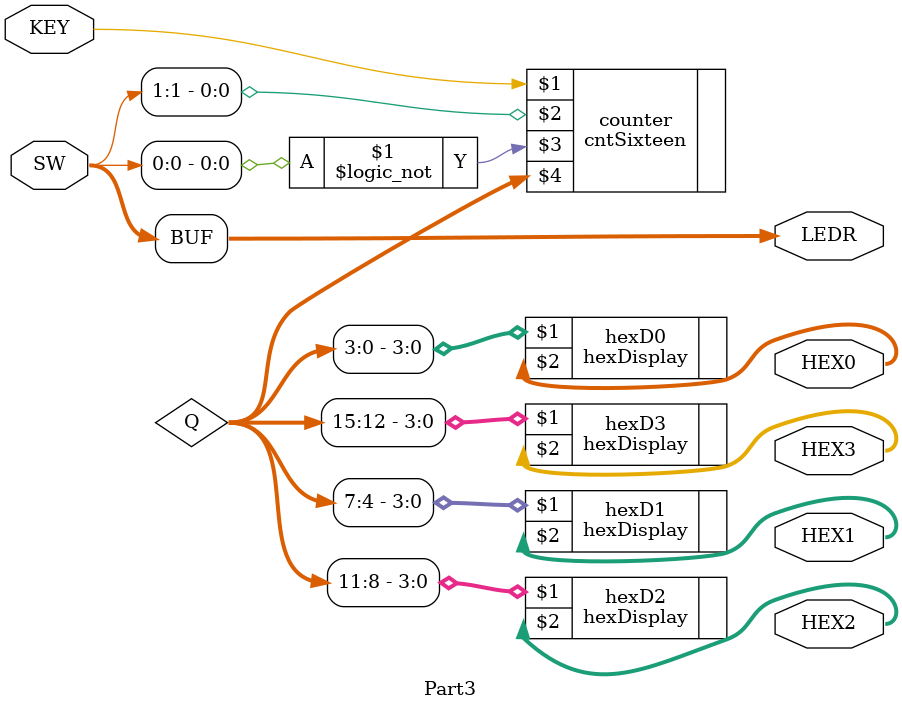
<source format=sv>
module Part3(input logic [0:0]KEY,input logic [1:0]SW,output logic [0:6]HEX0,HEX1,HEX2,HEX3,output logic [1:0]LEDR);
	assign LEDR = SW;
	wire [15:0]Q;
	cntSixteen counter(KEY[0],SW[1],!SW[0],Q);
	hexDisplay hexD0(Q[3:0],HEX0);
	hexDisplay hexD1(Q[7:4],HEX1);
	hexDisplay hexD2(Q[11:8],HEX2);
	hexDisplay hexD3(Q[15:12],HEX3);
endmodule
</source>
